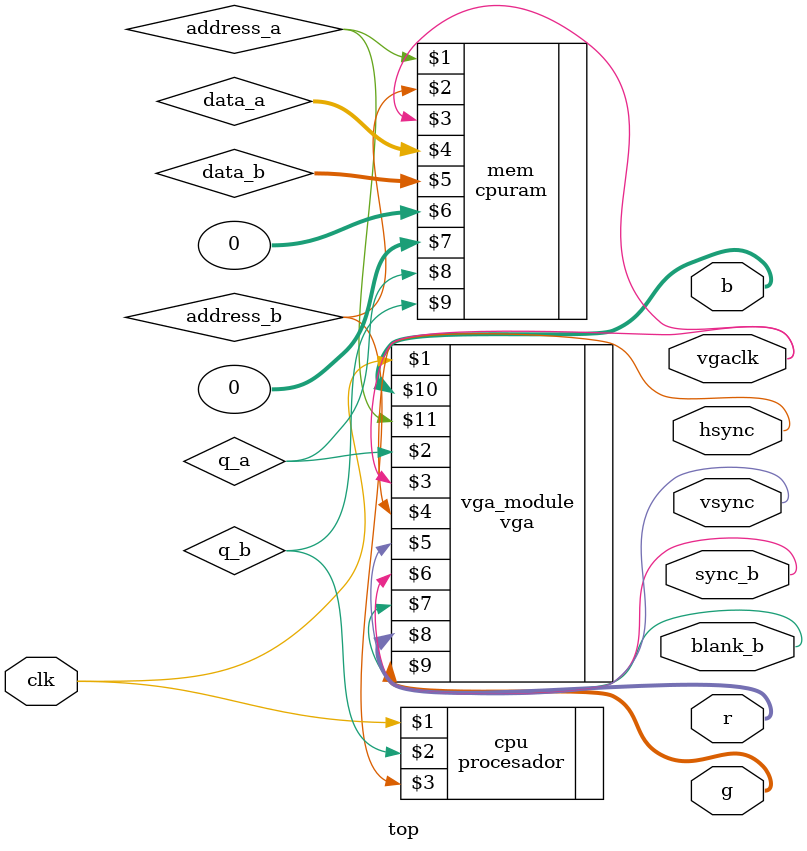
<source format=sv>
module top(input logic clk, 
				output logic vgaclk, // 25.175 MHz VGA clock
			  output logic hsync, vsync,
			  output logic sync_b, blank_b, // To monitor 
			  output logic [7:0] r, g, b );
			 
	logic	[7:0] data_a, data_b;

	cpuram mem(address_a, address_b, vgaclk, data_a, data_b, 0, 0, q_a, q_b);	  
	vga vga_module(clk, q_a, vgaclk, hsync, vsync, sync_b, blank_b, r, g, b, address_a);
	procesador cpu(clk, q_b, address_b);

endmodule
</source>
